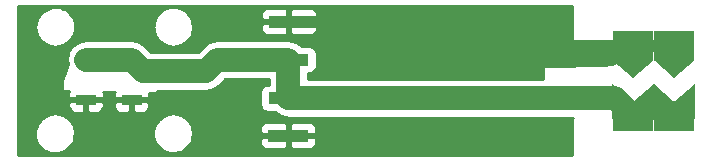
<source format=gbr>
%TF.GenerationSoftware,KiCad,Pcbnew,(2017-10-17 revision 537804b)-master*%
%TF.CreationDate,2018-05-17T21:35:02+10:00*%
%TF.ProjectId,carvey,6361727665792E6B696361645F706362,rev?*%
%TF.SameCoordinates,PX792a110PY61e5090*%
%TF.FileFunction,Copper,L1,Top,Signal*%
%TF.FilePolarity,Positive*%
%FSLAX46Y46*%
G04 Gerber Fmt 4.6, Leading zero omitted, Abs format (unit mm)*
G04 Created by KiCad (PCBNEW (2017-10-17 revision 537804b)-master) date Thursday, 17 May 2018 'PMt' 21:35:02*
%MOMM*%
%LPD*%
G01*
G04 APERTURE LIST*
%TA.AperFunction,SMDPad,CuDef*%
%ADD10R,3.500000X1.000000*%
%TD*%
%TA.AperFunction,SMDPad,CuDef*%
%ADD11R,1.700000X0.900000*%
%TD*%
%TA.AperFunction,SMDPad,CuDef*%
%ADD12R,3.500000X2.500000*%
%TD*%
%TA.AperFunction,SMDPad,CuDef*%
%ADD13C,1.138884*%
%TD*%
%TA.AperFunction,Conductor*%
%ADD14C,0.100000*%
%TD*%
%TA.AperFunction,Conductor*%
%ADD15C,1.000000*%
%TD*%
%TA.AperFunction,Conductor*%
%ADD16C,2.000000*%
%TD*%
%TA.AperFunction,Conductor*%
%ADD17C,0.254000*%
%TD*%
G04 APERTURE END LIST*
D10*
%TO.P,J1,1*%
%TO.N,Net-(J1-Pad1)*%
X23530000Y2725000D03*
%TO.P,J1,2*%
%TO.N,Net-(J1-Pad2)*%
X23550000Y5885000D03*
%TO.P,J1,3*%
X23530000Y9145000D03*
%TO.P,J1,4*%
%TO.N,Net-(J1-Pad1)*%
X23580000Y12385000D03*
%TD*%
D11*
%TO.P,SW1,1*%
%TO.N,Net-(J1-Pad1)*%
X6400000Y5750000D03*
%TO.P,SW1,2*%
%TO.N,Net-(J1-Pad2)*%
X6400000Y9150000D03*
%TD*%
%TO.P,SW2,2*%
%TO.N,Net-(J1-Pad1)*%
X10275000Y5750000D03*
%TO.P,SW2,1*%
%TO.N,Net-(J1-Pad2)*%
X10275000Y9150000D03*
%TD*%
D12*
%TO.P,J2,1*%
%TO.N,Net-(J1-Pad2)*%
X52725000Y4350000D03*
D13*
X53600000Y5600000D03*
D14*
%TD*%
%TO.N,Net-(J1-Pad2)*%
%TO.C,J2*%
G36*
X54475000Y4100001D02*
X52725000Y5599999D01*
X52725000Y5600001D01*
X54475000Y7099999D01*
X54475000Y4100001D01*
X54475000Y4100001D01*
G37*
D13*
%TO.P,J2,1*%
%TO.N,Net-(J1-Pad2)*%
X51850000Y5600000D03*
D14*
%TD*%
%TO.N,Net-(J1-Pad2)*%
%TO.C,J2*%
G36*
X52725000Y5599999D02*
X50975000Y4100001D01*
X50975000Y7099999D01*
X52725000Y5600001D01*
X52725000Y5599999D01*
X52725000Y5599999D01*
G37*
D12*
%TO.P,J2,2*%
%TO.N,Net-(J1-Pad1)*%
X52725000Y10350000D03*
D13*
X52725000Y8350000D03*
D14*
%TD*%
%TO.N,Net-(J1-Pad1)*%
%TO.C,J2*%
G36*
X52725001Y7600000D02*
X52724999Y7600000D01*
X50975001Y9100000D01*
X54474999Y9100000D01*
X52725001Y7600000D01*
X52725001Y7600000D01*
G37*
D12*
%TO.P,J2,1*%
%TO.N,Net-(J1-Pad2)*%
X56225000Y4350000D03*
D13*
X57100000Y5600000D03*
D14*
%TD*%
%TO.N,Net-(J1-Pad2)*%
%TO.C,J2*%
G36*
X57975000Y4100001D02*
X56225000Y5599999D01*
X56225000Y5600001D01*
X57975000Y7099999D01*
X57975000Y4100001D01*
X57975000Y4100001D01*
G37*
D13*
%TO.P,J2,1*%
%TO.N,Net-(J1-Pad2)*%
X55350000Y5600000D03*
D14*
%TD*%
%TO.N,Net-(J1-Pad2)*%
%TO.C,J2*%
G36*
X56225000Y5599999D02*
X54475000Y4100001D01*
X54475000Y7099999D01*
X56225000Y5600001D01*
X56225000Y5599999D01*
X56225000Y5599999D01*
G37*
D12*
%TO.P,J2,2*%
%TO.N,Net-(J1-Pad1)*%
X56225000Y10350000D03*
D13*
X56225000Y8350000D03*
D14*
%TD*%
%TO.N,Net-(J1-Pad1)*%
%TO.C,J2*%
G36*
X56225001Y7600000D02*
X56224999Y7600000D01*
X54475001Y9100000D01*
X57974999Y9100000D01*
X56225001Y7600000D01*
X56225001Y7600000D01*
G37*
D15*
%TO.N,Net-(J1-Pad1)*%
X23580000Y12385000D02*
X44840000Y12385000D01*
X44840000Y12385000D02*
X46925000Y10300000D01*
X50950000Y9125000D02*
X48575000Y9125000D01*
X52175000Y10350000D02*
X50950000Y9125000D01*
X52725000Y10350000D02*
X52175000Y10350000D01*
X51225000Y10350000D02*
X50500000Y9625000D01*
X52725000Y10350000D02*
X51225000Y10350000D01*
X48600000Y10300000D02*
X46925000Y10300000D01*
X48625000Y10325000D02*
X48600000Y10300000D01*
X49950000Y10325000D02*
X48625000Y10325000D01*
X52725000Y10350000D02*
X49975000Y10350000D01*
X49975000Y10350000D02*
X49950000Y10325000D01*
X56225000Y10350000D02*
X52725000Y10350000D01*
X56225000Y8350000D02*
X56225000Y10350000D01*
X52725000Y8350000D02*
X52725000Y10350000D01*
X23580000Y12385000D02*
X24830000Y12385000D01*
D16*
%TO.N,Net-(J1-Pad2)*%
X23530000Y9145000D02*
X17520000Y9145000D01*
X17520000Y9145000D02*
X16550000Y8175000D01*
X16550000Y8175000D02*
X11250000Y8175000D01*
X11250000Y8175000D02*
X10275000Y9150000D01*
D15*
X52725000Y4350000D02*
X54100000Y4350000D01*
X54100000Y4350000D02*
X55350000Y5600000D01*
D16*
X23550000Y5885000D02*
X51190000Y5885000D01*
X51190000Y5885000D02*
X52725000Y4350000D01*
X23530000Y9145000D02*
X23530000Y5905000D01*
X23530000Y5905000D02*
X23550000Y5885000D01*
X23525000Y9150000D02*
X23530000Y9145000D01*
X6400000Y9150000D02*
X10275000Y9150000D01*
D15*
X23550000Y9125000D02*
X23530000Y9145000D01*
%TD*%
D17*
%TO.N,Net-(J1-Pad1)*%
G36*
X47515000Y10925000D02*
X47567143Y10662862D01*
X47715632Y10440632D01*
X47937862Y10292143D01*
X48200000Y10240000D01*
X50340000Y10240000D01*
X50340000Y10222998D01*
X50498748Y10222998D01*
X50340000Y10064250D01*
X50340000Y9137999D01*
X50329468Y9050344D01*
X50340000Y9012746D01*
X50340000Y8973691D01*
X50373794Y8892104D01*
X50397609Y8807089D01*
X50421728Y8776383D01*
X50436673Y8740302D01*
X50496105Y8680870D01*
X45197510Y8576976D01*
X45147315Y8565556D01*
X45107104Y8536598D01*
X45081035Y8494457D01*
X45073078Y8445547D01*
X45105553Y7520000D01*
X25165000Y7520000D01*
X25165000Y7997560D01*
X25280000Y7997560D01*
X25527765Y8046843D01*
X25737809Y8187191D01*
X25878157Y8397235D01*
X25927440Y8645000D01*
X25927440Y9645000D01*
X25878157Y9892765D01*
X25737809Y10102809D01*
X25527765Y10243157D01*
X25280000Y10292440D01*
X24691920Y10292440D01*
X24686120Y10301120D01*
X24681120Y10306120D01*
X24150688Y10660543D01*
X23525000Y10785001D01*
X23499858Y10780000D01*
X17520000Y10780000D01*
X16894312Y10655543D01*
X16830801Y10613106D01*
X16363880Y10301120D01*
X16363878Y10301117D01*
X15872760Y9810000D01*
X11927239Y9810000D01*
X11431120Y10306120D01*
X10900688Y10660543D01*
X10275000Y10785001D01*
X10274995Y10785000D01*
X6400000Y10785000D01*
X5774313Y10660543D01*
X5243880Y10306120D01*
X4889457Y9775687D01*
X4765000Y9150000D01*
X4837315Y8786449D01*
X4379321Y7389567D01*
X4373075Y7345623D01*
X4398075Y6620623D01*
X4406600Y6579060D01*
X4433193Y6537248D01*
X4473763Y6508794D01*
X4522133Y6498032D01*
X4981830Y6487652D01*
X4915000Y6326309D01*
X4915000Y6035750D01*
X5073750Y5877000D01*
X6273000Y5877000D01*
X6273000Y5897000D01*
X6527000Y5897000D01*
X6527000Y5877000D01*
X7726250Y5877000D01*
X7885000Y6035750D01*
X7885000Y6326309D01*
X7844949Y6423001D01*
X8820923Y6400963D01*
X8790000Y6326309D01*
X8790000Y6035750D01*
X8948750Y5877000D01*
X10148000Y5877000D01*
X10148000Y5897000D01*
X10402000Y5897000D01*
X10402000Y5877000D01*
X11601250Y5877000D01*
X11760000Y6035750D01*
X11760000Y6326309D01*
X11756535Y6334675D01*
X12272133Y6323032D01*
X12319382Y6331007D01*
X12361540Y6357049D01*
X12390523Y6397242D01*
X12401919Y6445467D01*
X12405295Y6540000D01*
X16549995Y6540000D01*
X16550000Y6539999D01*
X17175688Y6664457D01*
X17706120Y7018880D01*
X18197239Y7510000D01*
X21895000Y7510000D01*
X21895000Y7032440D01*
X21800000Y7032440D01*
X21552235Y6983157D01*
X21342191Y6842809D01*
X21201843Y6632765D01*
X21152560Y6385000D01*
X21152560Y5385000D01*
X21201843Y5137235D01*
X21342191Y4927191D01*
X21552235Y4786843D01*
X21800000Y4737560D01*
X22385201Y4737560D01*
X22393878Y4728883D01*
X22393880Y4728880D01*
X22649835Y4557857D01*
X22924312Y4374457D01*
X23550000Y4250000D01*
X47609146Y4250000D01*
X47567143Y4187138D01*
X47515000Y3925000D01*
X47515000Y1110000D01*
X685000Y1110000D01*
X685000Y2526205D01*
X2089716Y2526205D01*
X2338106Y1925057D01*
X2797637Y1464722D01*
X3398352Y1215284D01*
X4048795Y1214716D01*
X4397741Y1358898D01*
X4444822Y1368263D01*
X4484387Y1394699D01*
X4649943Y1463106D01*
X4777837Y1590777D01*
X4991475Y1733525D01*
X5356737Y2280178D01*
X5415620Y2576205D01*
X12089716Y2576205D01*
X12338106Y1975057D01*
X12797637Y1514722D01*
X13398352Y1265284D01*
X13674099Y1265043D01*
X13800000Y1240000D01*
X13924800Y1264824D01*
X14048795Y1264716D01*
X14164402Y1312484D01*
X14444822Y1368263D01*
X14991475Y1733525D01*
X15356737Y2280178D01*
X15388378Y2439250D01*
X21145000Y2439250D01*
X21145000Y2098691D01*
X21241673Y1865302D01*
X21420301Y1686673D01*
X21653690Y1590000D01*
X23244250Y1590000D01*
X23403000Y1748750D01*
X23403000Y2598000D01*
X23657000Y2598000D01*
X23657000Y1748750D01*
X23815750Y1590000D01*
X25406310Y1590000D01*
X25639699Y1686673D01*
X25818327Y1865302D01*
X25915000Y2098691D01*
X25915000Y2439250D01*
X25756250Y2598000D01*
X23657000Y2598000D01*
X23403000Y2598000D01*
X21303750Y2598000D01*
X21145000Y2439250D01*
X15388378Y2439250D01*
X15485000Y2925000D01*
X15400202Y3351309D01*
X21145000Y3351309D01*
X21145000Y3010750D01*
X21303750Y2852000D01*
X23403000Y2852000D01*
X23403000Y3701250D01*
X23657000Y3701250D01*
X23657000Y2852000D01*
X25756250Y2852000D01*
X25915000Y3010750D01*
X25915000Y3351309D01*
X25818327Y3584698D01*
X25639699Y3763327D01*
X25406310Y3860000D01*
X23815750Y3860000D01*
X23657000Y3701250D01*
X23403000Y3701250D01*
X23244250Y3860000D01*
X21653690Y3860000D01*
X21420301Y3763327D01*
X21241673Y3584698D01*
X21145000Y3351309D01*
X15400202Y3351309D01*
X15356737Y3569822D01*
X14991475Y4116475D01*
X14444822Y4481737D01*
X13800000Y4610000D01*
X13424276Y4535264D01*
X13401205Y4535284D01*
X13379695Y4526396D01*
X13155178Y4481737D01*
X12966503Y4355668D01*
X12800057Y4286894D01*
X12671476Y4158537D01*
X12608525Y4116475D01*
X12566831Y4054075D01*
X12339722Y3827363D01*
X12090284Y3226648D01*
X12089716Y2576205D01*
X5415620Y2576205D01*
X5485000Y2925000D01*
X5356737Y3569822D01*
X4991475Y4116475D01*
X4444822Y4481737D01*
X3800000Y4610000D01*
X3155178Y4481737D01*
X2608525Y4116475D01*
X2466500Y3903919D01*
X2339722Y3777363D01*
X2270421Y3610466D01*
X2243263Y3569822D01*
X2233810Y3522297D01*
X2090284Y3176648D01*
X2089716Y2526205D01*
X685000Y2526205D01*
X685000Y5464250D01*
X4915000Y5464250D01*
X4915000Y5173691D01*
X5011673Y4940302D01*
X5190301Y4761673D01*
X5423690Y4665000D01*
X6114250Y4665000D01*
X6273000Y4823750D01*
X6273000Y5623000D01*
X6527000Y5623000D01*
X6527000Y4823750D01*
X6685750Y4665000D01*
X7376310Y4665000D01*
X7609699Y4761673D01*
X7788327Y4940302D01*
X7885000Y5173691D01*
X7885000Y5464250D01*
X8790000Y5464250D01*
X8790000Y5173691D01*
X8886673Y4940302D01*
X9065301Y4761673D01*
X9298690Y4665000D01*
X9989250Y4665000D01*
X10148000Y4823750D01*
X10148000Y5623000D01*
X10402000Y5623000D01*
X10402000Y4823750D01*
X10560750Y4665000D01*
X11251310Y4665000D01*
X11484699Y4761673D01*
X11663327Y4940302D01*
X11760000Y5173691D01*
X11760000Y5464250D01*
X11601250Y5623000D01*
X10402000Y5623000D01*
X10148000Y5623000D01*
X8948750Y5623000D01*
X8790000Y5464250D01*
X7885000Y5464250D01*
X7726250Y5623000D01*
X6527000Y5623000D01*
X6273000Y5623000D01*
X5073750Y5623000D01*
X4915000Y5464250D01*
X685000Y5464250D01*
X685000Y11925000D01*
X2115000Y11925000D01*
X2243263Y11280178D01*
X2608525Y10733525D01*
X3155178Y10368263D01*
X3800000Y10240000D01*
X4444822Y10368263D01*
X4714520Y10548469D01*
X4749943Y10563106D01*
X4777308Y10590423D01*
X4991475Y10733525D01*
X5133325Y10945818D01*
X5210278Y11022637D01*
X5252343Y11123942D01*
X5356737Y11280178D01*
X5393075Y11462863D01*
X5459716Y11623352D01*
X5459869Y11798658D01*
X5485000Y11925000D01*
X12115000Y11925000D01*
X12139824Y11800200D01*
X12139716Y11676205D01*
X12187484Y11560598D01*
X12243263Y11280178D01*
X12608525Y10733525D01*
X13155178Y10368263D01*
X13800000Y10240000D01*
X14444822Y10368263D01*
X14991475Y10733525D01*
X15356737Y11280178D01*
X15485000Y11925000D01*
X15450340Y12099250D01*
X21195000Y12099250D01*
X21195000Y11758691D01*
X21291673Y11525302D01*
X21470301Y11346673D01*
X21703690Y11250000D01*
X23294250Y11250000D01*
X23453000Y11408750D01*
X23453000Y12258000D01*
X23707000Y12258000D01*
X23707000Y11408750D01*
X23865750Y11250000D01*
X25456310Y11250000D01*
X25689699Y11346673D01*
X25868327Y11525302D01*
X25965000Y11758691D01*
X25965000Y12099250D01*
X25806250Y12258000D01*
X23707000Y12258000D01*
X23453000Y12258000D01*
X21353750Y12258000D01*
X21195000Y12099250D01*
X15450340Y12099250D01*
X15410264Y12300724D01*
X15410284Y12323795D01*
X15401396Y12345305D01*
X15356737Y12569822D01*
X15230668Y12758497D01*
X15161894Y12924943D01*
X15075679Y13011309D01*
X21195000Y13011309D01*
X21195000Y12670750D01*
X21353750Y12512000D01*
X23453000Y12512000D01*
X23453000Y13361250D01*
X23707000Y13361250D01*
X23707000Y12512000D01*
X25806250Y12512000D01*
X25965000Y12670750D01*
X25965000Y13011309D01*
X25868327Y13244698D01*
X25689699Y13423327D01*
X25456310Y13520000D01*
X23865750Y13520000D01*
X23707000Y13361250D01*
X23453000Y13361250D01*
X23294250Y13520000D01*
X21703690Y13520000D01*
X21470301Y13423327D01*
X21291673Y13244698D01*
X21195000Y13011309D01*
X15075679Y13011309D01*
X15033537Y13053524D01*
X14991475Y13116475D01*
X14929075Y13158169D01*
X14702363Y13385278D01*
X14101648Y13634716D01*
X13451205Y13635284D01*
X12850057Y13386894D01*
X12389722Y12927363D01*
X12140284Y12326648D01*
X12140043Y12050901D01*
X12115000Y11925000D01*
X5485000Y11925000D01*
X5460089Y12050237D01*
X5460284Y12273795D01*
X5374160Y12482230D01*
X5356737Y12569822D01*
X5307553Y12643431D01*
X5211894Y12874943D01*
X5033361Y13053789D01*
X4991475Y13116475D01*
X4929337Y13157994D01*
X4752363Y13335278D01*
X4518977Y13432188D01*
X4444822Y13481737D01*
X4358113Y13498984D01*
X4151648Y13584716D01*
X3926121Y13584913D01*
X3800000Y13610000D01*
X3674981Y13585132D01*
X3501205Y13585284D01*
X3339184Y13518338D01*
X3155178Y13481737D01*
X3000547Y13378416D01*
X2900057Y13336894D01*
X2822428Y13259400D01*
X2608525Y13116475D01*
X2466850Y12904444D01*
X2439722Y12877363D01*
X2424893Y12841650D01*
X2243263Y12569822D01*
X2115000Y11925000D01*
X685000Y11925000D01*
X685000Y13740000D01*
X47515000Y13740000D01*
X47515000Y10925000D01*
X47515000Y10925000D01*
G37*
X47515000Y10925000D02*
X47567143Y10662862D01*
X47715632Y10440632D01*
X47937862Y10292143D01*
X48200000Y10240000D01*
X50340000Y10240000D01*
X50340000Y10222998D01*
X50498748Y10222998D01*
X50340000Y10064250D01*
X50340000Y9137999D01*
X50329468Y9050344D01*
X50340000Y9012746D01*
X50340000Y8973691D01*
X50373794Y8892104D01*
X50397609Y8807089D01*
X50421728Y8776383D01*
X50436673Y8740302D01*
X50496105Y8680870D01*
X45197510Y8576976D01*
X45147315Y8565556D01*
X45107104Y8536598D01*
X45081035Y8494457D01*
X45073078Y8445547D01*
X45105553Y7520000D01*
X25165000Y7520000D01*
X25165000Y7997560D01*
X25280000Y7997560D01*
X25527765Y8046843D01*
X25737809Y8187191D01*
X25878157Y8397235D01*
X25927440Y8645000D01*
X25927440Y9645000D01*
X25878157Y9892765D01*
X25737809Y10102809D01*
X25527765Y10243157D01*
X25280000Y10292440D01*
X24691920Y10292440D01*
X24686120Y10301120D01*
X24681120Y10306120D01*
X24150688Y10660543D01*
X23525000Y10785001D01*
X23499858Y10780000D01*
X17520000Y10780000D01*
X16894312Y10655543D01*
X16830801Y10613106D01*
X16363880Y10301120D01*
X16363878Y10301117D01*
X15872760Y9810000D01*
X11927239Y9810000D01*
X11431120Y10306120D01*
X10900688Y10660543D01*
X10275000Y10785001D01*
X10274995Y10785000D01*
X6400000Y10785000D01*
X5774313Y10660543D01*
X5243880Y10306120D01*
X4889457Y9775687D01*
X4765000Y9150000D01*
X4837315Y8786449D01*
X4379321Y7389567D01*
X4373075Y7345623D01*
X4398075Y6620623D01*
X4406600Y6579060D01*
X4433193Y6537248D01*
X4473763Y6508794D01*
X4522133Y6498032D01*
X4981830Y6487652D01*
X4915000Y6326309D01*
X4915000Y6035750D01*
X5073750Y5877000D01*
X6273000Y5877000D01*
X6273000Y5897000D01*
X6527000Y5897000D01*
X6527000Y5877000D01*
X7726250Y5877000D01*
X7885000Y6035750D01*
X7885000Y6326309D01*
X7844949Y6423001D01*
X8820923Y6400963D01*
X8790000Y6326309D01*
X8790000Y6035750D01*
X8948750Y5877000D01*
X10148000Y5877000D01*
X10148000Y5897000D01*
X10402000Y5897000D01*
X10402000Y5877000D01*
X11601250Y5877000D01*
X11760000Y6035750D01*
X11760000Y6326309D01*
X11756535Y6334675D01*
X12272133Y6323032D01*
X12319382Y6331007D01*
X12361540Y6357049D01*
X12390523Y6397242D01*
X12401919Y6445467D01*
X12405295Y6540000D01*
X16549995Y6540000D01*
X16550000Y6539999D01*
X17175688Y6664457D01*
X17706120Y7018880D01*
X18197239Y7510000D01*
X21895000Y7510000D01*
X21895000Y7032440D01*
X21800000Y7032440D01*
X21552235Y6983157D01*
X21342191Y6842809D01*
X21201843Y6632765D01*
X21152560Y6385000D01*
X21152560Y5385000D01*
X21201843Y5137235D01*
X21342191Y4927191D01*
X21552235Y4786843D01*
X21800000Y4737560D01*
X22385201Y4737560D01*
X22393878Y4728883D01*
X22393880Y4728880D01*
X22649835Y4557857D01*
X22924312Y4374457D01*
X23550000Y4250000D01*
X47609146Y4250000D01*
X47567143Y4187138D01*
X47515000Y3925000D01*
X47515000Y1110000D01*
X685000Y1110000D01*
X685000Y2526205D01*
X2089716Y2526205D01*
X2338106Y1925057D01*
X2797637Y1464722D01*
X3398352Y1215284D01*
X4048795Y1214716D01*
X4397741Y1358898D01*
X4444822Y1368263D01*
X4484387Y1394699D01*
X4649943Y1463106D01*
X4777837Y1590777D01*
X4991475Y1733525D01*
X5356737Y2280178D01*
X5415620Y2576205D01*
X12089716Y2576205D01*
X12338106Y1975057D01*
X12797637Y1514722D01*
X13398352Y1265284D01*
X13674099Y1265043D01*
X13800000Y1240000D01*
X13924800Y1264824D01*
X14048795Y1264716D01*
X14164402Y1312484D01*
X14444822Y1368263D01*
X14991475Y1733525D01*
X15356737Y2280178D01*
X15388378Y2439250D01*
X21145000Y2439250D01*
X21145000Y2098691D01*
X21241673Y1865302D01*
X21420301Y1686673D01*
X21653690Y1590000D01*
X23244250Y1590000D01*
X23403000Y1748750D01*
X23403000Y2598000D01*
X23657000Y2598000D01*
X23657000Y1748750D01*
X23815750Y1590000D01*
X25406310Y1590000D01*
X25639699Y1686673D01*
X25818327Y1865302D01*
X25915000Y2098691D01*
X25915000Y2439250D01*
X25756250Y2598000D01*
X23657000Y2598000D01*
X23403000Y2598000D01*
X21303750Y2598000D01*
X21145000Y2439250D01*
X15388378Y2439250D01*
X15485000Y2925000D01*
X15400202Y3351309D01*
X21145000Y3351309D01*
X21145000Y3010750D01*
X21303750Y2852000D01*
X23403000Y2852000D01*
X23403000Y3701250D01*
X23657000Y3701250D01*
X23657000Y2852000D01*
X25756250Y2852000D01*
X25915000Y3010750D01*
X25915000Y3351309D01*
X25818327Y3584698D01*
X25639699Y3763327D01*
X25406310Y3860000D01*
X23815750Y3860000D01*
X23657000Y3701250D01*
X23403000Y3701250D01*
X23244250Y3860000D01*
X21653690Y3860000D01*
X21420301Y3763327D01*
X21241673Y3584698D01*
X21145000Y3351309D01*
X15400202Y3351309D01*
X15356737Y3569822D01*
X14991475Y4116475D01*
X14444822Y4481737D01*
X13800000Y4610000D01*
X13424276Y4535264D01*
X13401205Y4535284D01*
X13379695Y4526396D01*
X13155178Y4481737D01*
X12966503Y4355668D01*
X12800057Y4286894D01*
X12671476Y4158537D01*
X12608525Y4116475D01*
X12566831Y4054075D01*
X12339722Y3827363D01*
X12090284Y3226648D01*
X12089716Y2576205D01*
X5415620Y2576205D01*
X5485000Y2925000D01*
X5356737Y3569822D01*
X4991475Y4116475D01*
X4444822Y4481737D01*
X3800000Y4610000D01*
X3155178Y4481737D01*
X2608525Y4116475D01*
X2466500Y3903919D01*
X2339722Y3777363D01*
X2270421Y3610466D01*
X2243263Y3569822D01*
X2233810Y3522297D01*
X2090284Y3176648D01*
X2089716Y2526205D01*
X685000Y2526205D01*
X685000Y5464250D01*
X4915000Y5464250D01*
X4915000Y5173691D01*
X5011673Y4940302D01*
X5190301Y4761673D01*
X5423690Y4665000D01*
X6114250Y4665000D01*
X6273000Y4823750D01*
X6273000Y5623000D01*
X6527000Y5623000D01*
X6527000Y4823750D01*
X6685750Y4665000D01*
X7376310Y4665000D01*
X7609699Y4761673D01*
X7788327Y4940302D01*
X7885000Y5173691D01*
X7885000Y5464250D01*
X8790000Y5464250D01*
X8790000Y5173691D01*
X8886673Y4940302D01*
X9065301Y4761673D01*
X9298690Y4665000D01*
X9989250Y4665000D01*
X10148000Y4823750D01*
X10148000Y5623000D01*
X10402000Y5623000D01*
X10402000Y4823750D01*
X10560750Y4665000D01*
X11251310Y4665000D01*
X11484699Y4761673D01*
X11663327Y4940302D01*
X11760000Y5173691D01*
X11760000Y5464250D01*
X11601250Y5623000D01*
X10402000Y5623000D01*
X10148000Y5623000D01*
X8948750Y5623000D01*
X8790000Y5464250D01*
X7885000Y5464250D01*
X7726250Y5623000D01*
X6527000Y5623000D01*
X6273000Y5623000D01*
X5073750Y5623000D01*
X4915000Y5464250D01*
X685000Y5464250D01*
X685000Y11925000D01*
X2115000Y11925000D01*
X2243263Y11280178D01*
X2608525Y10733525D01*
X3155178Y10368263D01*
X3800000Y10240000D01*
X4444822Y10368263D01*
X4714520Y10548469D01*
X4749943Y10563106D01*
X4777308Y10590423D01*
X4991475Y10733525D01*
X5133325Y10945818D01*
X5210278Y11022637D01*
X5252343Y11123942D01*
X5356737Y11280178D01*
X5393075Y11462863D01*
X5459716Y11623352D01*
X5459869Y11798658D01*
X5485000Y11925000D01*
X12115000Y11925000D01*
X12139824Y11800200D01*
X12139716Y11676205D01*
X12187484Y11560598D01*
X12243263Y11280178D01*
X12608525Y10733525D01*
X13155178Y10368263D01*
X13800000Y10240000D01*
X14444822Y10368263D01*
X14991475Y10733525D01*
X15356737Y11280178D01*
X15485000Y11925000D01*
X15450340Y12099250D01*
X21195000Y12099250D01*
X21195000Y11758691D01*
X21291673Y11525302D01*
X21470301Y11346673D01*
X21703690Y11250000D01*
X23294250Y11250000D01*
X23453000Y11408750D01*
X23453000Y12258000D01*
X23707000Y12258000D01*
X23707000Y11408750D01*
X23865750Y11250000D01*
X25456310Y11250000D01*
X25689699Y11346673D01*
X25868327Y11525302D01*
X25965000Y11758691D01*
X25965000Y12099250D01*
X25806250Y12258000D01*
X23707000Y12258000D01*
X23453000Y12258000D01*
X21353750Y12258000D01*
X21195000Y12099250D01*
X15450340Y12099250D01*
X15410264Y12300724D01*
X15410284Y12323795D01*
X15401396Y12345305D01*
X15356737Y12569822D01*
X15230668Y12758497D01*
X15161894Y12924943D01*
X15075679Y13011309D01*
X21195000Y13011309D01*
X21195000Y12670750D01*
X21353750Y12512000D01*
X23453000Y12512000D01*
X23453000Y13361250D01*
X23707000Y13361250D01*
X23707000Y12512000D01*
X25806250Y12512000D01*
X25965000Y12670750D01*
X25965000Y13011309D01*
X25868327Y13244698D01*
X25689699Y13423327D01*
X25456310Y13520000D01*
X23865750Y13520000D01*
X23707000Y13361250D01*
X23453000Y13361250D01*
X23294250Y13520000D01*
X21703690Y13520000D01*
X21470301Y13423327D01*
X21291673Y13244698D01*
X21195000Y13011309D01*
X15075679Y13011309D01*
X15033537Y13053524D01*
X14991475Y13116475D01*
X14929075Y13158169D01*
X14702363Y13385278D01*
X14101648Y13634716D01*
X13451205Y13635284D01*
X12850057Y13386894D01*
X12389722Y12927363D01*
X12140284Y12326648D01*
X12140043Y12050901D01*
X12115000Y11925000D01*
X5485000Y11925000D01*
X5460089Y12050237D01*
X5460284Y12273795D01*
X5374160Y12482230D01*
X5356737Y12569822D01*
X5307553Y12643431D01*
X5211894Y12874943D01*
X5033361Y13053789D01*
X4991475Y13116475D01*
X4929337Y13157994D01*
X4752363Y13335278D01*
X4518977Y13432188D01*
X4444822Y13481737D01*
X4358113Y13498984D01*
X4151648Y13584716D01*
X3926121Y13584913D01*
X3800000Y13610000D01*
X3674981Y13585132D01*
X3501205Y13585284D01*
X3339184Y13518338D01*
X3155178Y13481737D01*
X3000547Y13378416D01*
X2900057Y13336894D01*
X2822428Y13259400D01*
X2608525Y13116475D01*
X2466850Y12904444D01*
X2439722Y12877363D01*
X2424893Y12841650D01*
X2243263Y12569822D01*
X2115000Y11925000D01*
X685000Y11925000D01*
X685000Y13740000D01*
X47515000Y13740000D01*
X47515000Y10925000D01*
%TD*%
M02*

</source>
